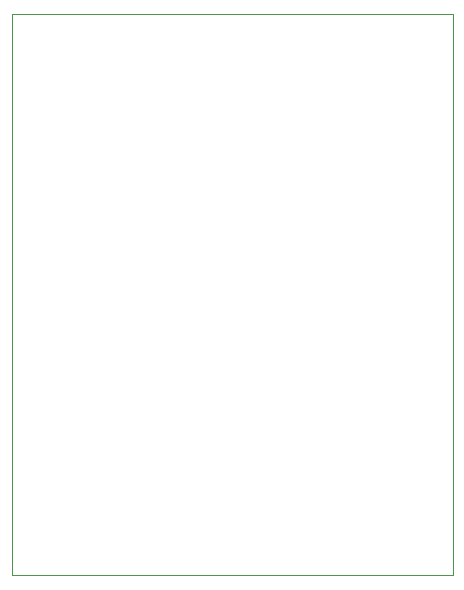
<source format=gm1>
G04 Layer_Color=16711935*
%FSLAX24Y24*%
%MOIN*%
G70*
G01*
G75*
%ADD17C,0.0039*%
G54D17*
X-51200Y58900D02*
X-51000D01*
X-36500Y40200D02*
Y45225D01*
X-51200Y40200D02*
X-36500D01*
X-51200D02*
Y58900D01*
X-36500Y45225D02*
Y53675D01*
Y58900D01*
X-51000D02*
X-36500D01*
M02*

</source>
